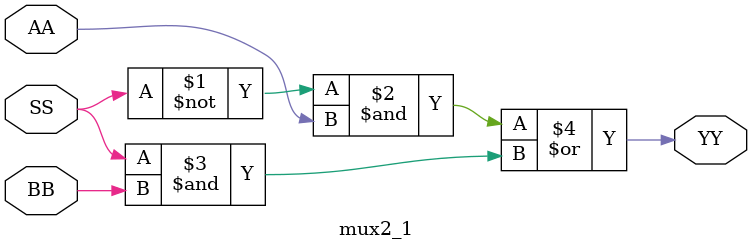
<source format=v>
module mux161(S0,S1,S2,S3,I,Y);
input S0,S1,S2,S3;
input [15:0]I;
output Y;
wire Y1,Y2;
mux8to1 H1(S0,S1,S2,I[7:0],Y1);
mux8to1 H2(S0,S1,S2,I[15:8],Y2);
mux2_1 H3(Y1,Y2,S3,Y);
endmodule
module mux8to1(a,b,c,i,y);
input a,b,c;
input [7:0]i;
output y;
reg y;
always @(*)
begin 
case(i)
3'b000:y=i[0];
3'b001:y=i[1];
3'b010:y=i[2];
3'b011:y=i[3];
3'b100:y=i[4];
3'b101:y=i[5];
3'b110:y=i[6];
3'b111:y=i[7];
endcase
end 
endmodule
module mux2_1(AA,BB,SS,YY); 
input AA,BB,SS; 
output YY; 
assign YY = (~SS & AA) | (SS & BB); 
endmodule 


</source>
